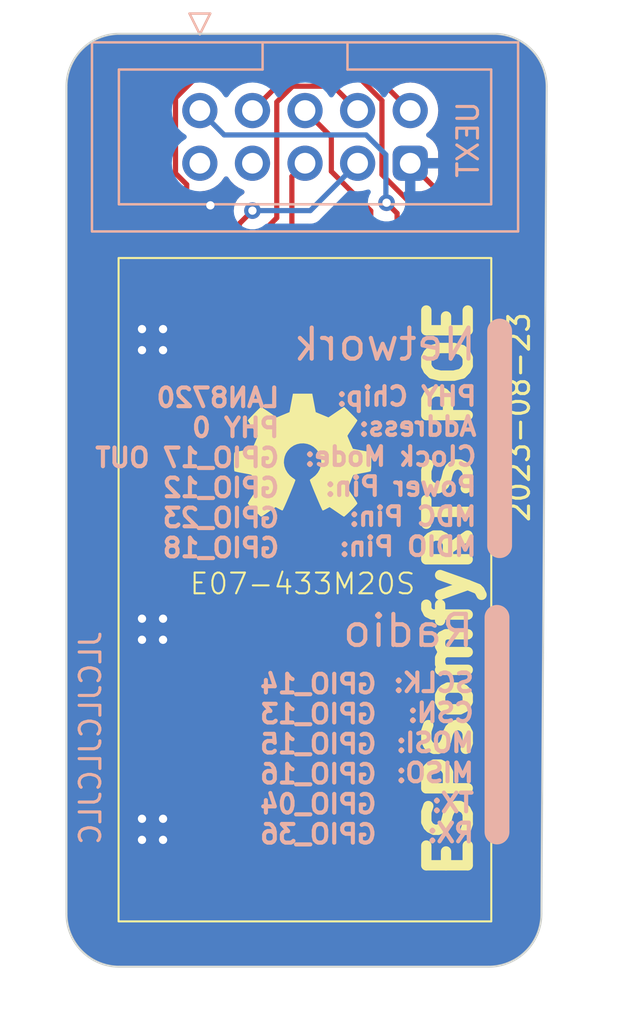
<source format=kicad_pcb>
(kicad_pcb (version 20221018) (generator pcbnew)
  (layers (0 "F.Cu" signal) (31 "B.Cu" signal) (34 "B.Paste" user) (35 "F.Paste" user) (36 "B.SilkS" user "B.Silkscreen") (37 "F.SilkS" user "F.Silkscreen") (38 "B.Mask" user) (39 "F.Mask" user) (44 "Edge.Cuts" user))
  (net 0 "")
  (net 1 "GND")
  (net 2 "GPIO15")
  (net 3 "GPIO14")
  (net 4 "GPIO16")
  (net 7 "GPIO13")
  (net 8 "GPIO4")
  (net 9 "GPI36")
  (net 11 "+3V3")
  (net 13 "GPIO2")
  (net 14 "GPIO5")
  (footprint "Ebyte:E07-433M20S" (layer "F.Cu") (at 87.515 106.168)
    (fp_text reference "E07-433M20S" (at 8.888 -16.284 unlocked) (layer "F.SilkS") (effects (font (thickness 0.1))))
    (fp_text value "~" hide)
    (fp_rect (start 0 -32) (end 18 0) (stroke (width 0.1)) (fill none) (layer "F.SilkS"))
    (pad "1" smd roundrect (at 15.99 -32 180) (size 0.9 2.5) (layers "F.Cu" "F.Paste" "F.Mask") (net 1 "GND"))
    (pad "2" smd roundrect (at 14.72 -32 180) (size 0.9 2.5) (layers "F.Cu" "F.Paste" "F.Mask") (net 2 "GPIO15"))
    (pad "3" smd roundrect (at 13.45 -32 180) (size 0.9 2.5) (layers "F.Cu" "F.Paste" "F.Mask") (net 3 "GPIO14"))
    (pad "4" smd roundrect (at 12.18 -32 180) (size 0.9 2.5) (layers "F.Cu" "F.Paste" "F.Mask") (net 4 "GPIO16"))
    (pad "5" smd roundrect (at 10.91 -32 180) (size 0.9 2.5) (layers "F.Cu" "F.Paste" "F.Mask"))
    (pad "6" smd roundrect (at 9.64 -32 180) (size 0.9 2.5) (layers "F.Cu" "F.Paste" "F.Mask"))
    (pad "7" smd roundrect (at 8.37 -32 180) (size 0.9 2.5) (layers "F.Cu" "F.Paste" "F.Mask") (net 7 "GPIO13"))
    (pad "8" smd roundrect (at 7.1 -32 180) (size 0.9 2.5) (layers "F.Cu" "F.Paste" "F.Mask") (net 8 "GPIO4"))
    (pad "9" smd roundrect (at 5.83 -32 180) (size 0.9 2.5) (layers "F.Cu" "F.Paste" "F.Mask") (net 9 "GPI36"))
    (pad "10" smd roundrect (at 4.56 -32 180) (size 0.9 2.5) (layers "F.Cu" "F.Paste" "F.Mask"))
    (pad "11" smd roundrect (at 3.29 -32 180) (size 0.9 2.5) (layers "F.Cu" "F.Paste" "F.Mask") (net 11 "+3V3"))
    (pad "12" smd roundrect (at 2.02 -32 180) (size 0.9 2.5) (layers "F.Cu" "F.Paste" "F.Mask") (net 1 "GND"))
    (pad "13" smd roundrect (at 5 -0.75 180) (size 1.7 4) (layers "F.Cu" "F.Paste" "F.Mask"))
    (pad "14" smd roundrect (at 7 0 180) (size 1.7 2.5) (layers "F.Cu" "F.Paste" "F.Mask") (net 1 "GND"))
    (pad "15" smd roundrect (at 11 0 180) (size 1.7 2.5) (layers "F.Cu" "F.Paste" "F.Mask") (net 1 "GND"))
    (pad "16" smd roundrect (at 13 0 180) (size 1.7 2.5) (layers "F.Cu" "F.Paste" "F.Mask") (net 1 "GND"))
  )
  (footprint "Symbol:OSHW-Symbol_6.7x6mm_SilkScreen" (layer "F.Cu") (at 96.393 83.693)
    (fp_text reference "N1" hide)
    (fp_text value "Housing" hide)
    (fp_poly (pts (xy 0.555814 -2.531069) (xy 0.639635 -2.086445) (xy 0.94892 -1.958947) (xy 1.258206 -1.831449) (xy 1.629246 -2.083754) (xy 1.733157 -2.154004) (xy 1.827087 -2.216728) (xy 1.906652 -2.269062) (xy 1.96747 -2.308143) (xy 2.005157 -2.331107) (xy 2.015421 -2.336058) (xy 2.03391 -2.323324) (xy 2.07342 -2.288118) (xy 2.129522 -2.234938) (xy 2.197787 -2.168282) (xy 2.273786 -2.092646) (xy 2.353092 -2.012528) (xy 2.431275 -1.932426) (xy 2.503907 -1.856836) (xy 2.566559 -1.790255) (xy 2.614803 -1.737182) (xy 2.64421 -1.702113) (xy 2.651241 -1.690377) (xy 2.641123 -1.66874) (xy 2.612759 -1.621338) (xy 2.569129 -1.552807) (xy 2.513218 -1.467785) (xy 2.448006 -1.370907) (xy 2.410219 -1.31565) (xy 2.341343 -1.214752) (xy 2.28014 -1.123701) (xy 2.229578 -1.04703) (xy 2.192628 -0.989272) (xy 2.172258 -0.954957) (xy 2.169197 -0.947746) (xy 2.176136 -0.927252) (xy 2.195051 -0.879487) (xy 2.223087 -0.811168) (xy 2.257391 -0.729011) (xy 2.295109 -0.63973) (xy 2.333387 -0.550042) (xy 2.36937 -0.466662) (xy 2.400206 -0.396306) (xy 2.423039 -0.34569) (xy 2.435017 -0.321529) (xy 2.435724 -0.320578) (xy 2.454531 -0.315964) (xy 2.504618 -0.305672) (xy 2.580793 -0.290713) (xy 2.677865 -0.272099) (xy 2.790643 -0.250841) (xy 2.856442 -0.238582) (xy 2.97695 -0.215638) (xy 3.085797 -0.193805) (xy 3.177476 -0.174278) (xy 3.246481 -0.158252) (xy 3.287304 -0.146921) (xy 3.295511 -0.143326) (xy 3.303548 -0.118994) (xy 3.310033 -0.064041) (xy 3.31497 0.015108) (xy 3.318364 0.112026) (xy 3.320218 0.220287) (xy 3.320538 0.333465) (xy 3.319327 0.445135) (xy 3.31659 0.548868) (xy 3.312331 0.638241) (xy 3.306555 0.706826) (xy 3.299267 0.748197) (xy 3.294895 0.75681) (xy 3.268764 0.767133) (xy 3.213393 0.781892) (xy 3.136107 0.799352) (xy 3.04423 0.81778) (xy 3.012158 0.823741) (xy 2.857524 0.852066) (xy 2.735375 0.874876) (xy 2.641673 0.89308) (xy 2.572384 0.907583) (xy 2.523471 0.919292) (xy 2.490897 0.929115) (xy 2.470628 0.937956) (xy 2.458626 0.946724) (xy 2.456947 0.948457) (xy 2.440184 0.976371) (xy 2.414614 1.030695) (xy 2.382788 1.104777) (xy 2.34726 1.191965) (xy 2.310583 1.285608) (xy 2.275311 1.379052) (xy 2.243996 1.465647) (xy 2.219193 1.53874) (xy 2.203454 1.591678) (xy 2.199332 1.617811) (xy 2.199676 1.618726) (xy 2.213641 1.640086) (xy 2.245322 1.687084) (xy 2.291391 1.754827) (xy 2.348518 1.838423) (xy 2.413373 1.932982) (xy 2.431843 1.959854) (xy 2.497699 2.057275) (xy 2.55565 2.146163) (xy 2.602538 2.221412) (xy 2.635207 2.27792) (xy 2.6505 2.310581) (xy 2.651241 2.314593) (xy 2.638392 2.335684) (xy 2.602888 2.377464) (xy 2.549293 2.435445) (xy 2.482171 2.505135) (xy 2.406087 2.582045) (xy 2.325604 2.661683) (xy 2.245287 2.739561) (xy 2.169699 2.811186) (xy 2.103405 2.87207) (xy 2.050969 2.917721) (xy 2.016955 2.94365) (xy 2.007545 2.947883) (xy 1.985643 2.937912) (xy 1.9408 2.91102) (xy 1.880321 2.871736) (xy 1.833789 2.840117) (xy 1.749475 2.782098) (xy 1.649626 2.713784) (xy 1.549473 2.645579) (xy 1.495627 2.609075) (xy 1.313371 2.4858) (xy 1.160381 2.56852) (xy 1.090682 2.604759) (xy 1.031414 2.632926) (xy 0.991311 2.648991) (xy 0.981103 2.651226) (xy 0.968829 2.634722) (xy 0.944613 2.588082) (xy 0.910263 2.515609) (xy 0.867588 2.421606) (xy 0.818394 2.310374) (xy 0.76449 2.186215) (xy 0.707684 2.053432) (xy 0.649782 1.916327) (xy 0.592593 1.779202) (xy 0.537924 1.646358) (xy 0.487584 1.522098) (xy 0.44338 1.410725) (xy 0.407119 1.316539) (xy 0.380609 1.243844) (xy 0.365658 1.196941) (xy 0.363254 1.180833) (xy 0.382311 1.160286) (xy 0.424036 1.126933) (xy 0.479706 1.087702) (xy 0.484378 1.084599) (xy 0.628264 0.969423) (xy 0.744283 0.835053) (xy 0.83143 0.685784) (xy 0.888699 0.525913) (xy 0.915086 0.359737) (xy 0.909585 0.191552) (xy 0.87119 0.025655) (xy 0.798895 -0.133658) (xy 0.777626 -0.168513) (xy 0.666996 -0.309263) (xy 0.536302 -0.422286) (xy 0.390064 -0.506997) (xy 0.232808 -0.562806) (xy 0.069057 -0.589126) (xy -0.096667 -0.58537) (xy -0.259838 -0.55095) (xy -0.415935 -0.485277) (xy -0.560433 -0.387765) (xy -0.605131 -0.348187) (xy -0.718888 -0.224297) (xy -0.801782 -0.093876) (xy -0.858644 0.052315) (xy -0.890313 0.197088) (xy -0.898131 0.35986) (xy -0.872062 0.52344) (xy -0.814755 0.682298) (xy -0.728856 0.830906) (xy -0.617014 0.963735) (xy -0.481877 1.075256) (xy -0.464117 1.087011) (xy -0.40785 1.125508) (xy -0.365077 1.158863) (xy -0.344628 1.18016) (xy -0.344331 1.180833) (xy -0.348721 1.203871) (xy -0.366124 1.256157) (xy -0.394732 1.33339) (xy -0.432735 1.431268) (xy -0.478326 1.545491) (xy -0.529697 1.671758) (xy -0.585038 1.805767) (xy -0.642542 1.943218) (xy -0.700399 2.079808) (xy -0.756802 2.211237) (xy -0.809942 2.333205) (xy -0.85801 2.441409) (xy -0.899199 2.531549) (xy -0.931699 2.599323) (xy -0.953703 2.64043) (xy -0.962564 2.651226) (xy -0.98964 2.642819) (xy -1.040303 2.620272) (xy -1.105817 2.587613) (xy -1.141841 2.56852) (xy -1.294832 2.4858) (xy -1.477088 2.609075) (xy -1.570125 2.672228) (xy -1.671985 2.741727) (xy -1.767438 2.807165) (xy -1.81525 2.840117) (xy -1.882495 2.885273) (xy -1.939436 2.921057) (xy -1.978646 2.942938) (xy -1.991381 2.947563) (xy -2.009917 2.935085) (xy -2.050941 2.900252) (xy -2.110475 2.846678) (xy -2.184542 2.777983) (xy -2.269165 2.697781) (xy -2.322685 2.646286) (xy -2.416319 2.554286) (xy -2.497241 2.471999) (xy -2.562177 2.402945) (xy -2.607858 2.350644) (xy -2.631011 2.318616) (xy -2.633232 2.312116) (xy -2.622924 2.287394) (xy -2.594439 2.237405) (xy -2.550937 2.167212) (xy -2.495577 2.081875) (xy -2.43152 1.986456) (xy -2.413303 1.959854) (xy -2.346927 1.863167) (xy -2.287378 1.776117) (xy -2.237984 1.703595) (xy -2.202075 1.650493) (xy -2.182981 1.621703) (xy -2.181136 1.618726) (xy -2.183895 1.595782) (xy -2.198538 1.545336) (xy -2.222513 1.474041) (xy -2.253266 1.388547) (xy -2.288244 1.295507) (xy -2.324893 1.201574) (xy -2.360661 1.113399) (xy -2.392994 1.037634) (xy -2.419338 0.980931) (xy -2.437142 0.949943) (xy -2.438407 0.948457) (xy -2.449294 0.939601) (xy -2.467682 0.930843) (xy -2.497606 0.921277) (xy -2.543103 0.909996) (xy -2.608209 0.896093) (xy -2.696961 0.878663) (xy -2.813393 0.856798) (xy -2.961542 0.829591) (xy -2.993618 0.823741) (xy -3.088686 0.805374) (xy -3.171565 0.787405) (xy -3.23493 0.771569) (xy -3.271458 0.7596) (xy -3.276356 0.75681) (xy -3.284427 0.732072) (xy -3.290987 0.67679) (xy -3.296033 0.597389) (xy -3.299559 0.500296) (xy -3.301561 0.391938) (xy -3.302036 0.27874) (xy -3.300977 0.167128) (xy -3.298382 0.063529) (xy -3.294246 -0.025632) (xy -3.288563 -0.093928) (xy -3.281331 -0.134934) (xy -3.276971 -0.143326) (xy -3.252698 -0.151792) (xy -3.197426 -0.165565) (xy -3.116662 -0.18345) (xy -3.015912 -0.204252) (xy -2.900683 -0.226777) (xy -2.837902 -0.238582) (xy -2.718787 -0.260849) (xy -2.612565 -0.281021) (xy -2.524427 -0.298085) (xy -2.459566 -0.311031) (xy -2.423174 -0.318845) (xy -2.417184 -0.320578) (xy -2.407061 -0.34011) (xy -2.385662 -0.387157) (xy -2.355839 -0.454997) (xy -2.320445 -0.536909) (xy -2.282332 -0.626172) (xy -2.244353 -0.716065) (xy -2.20936 -0.799865) (xy -2.180206 -0.870853) (xy -2.159743 -0.922306) (xy -2.150823 -0.947503) (xy -2.150657 -0.948604) (xy -2.160769 -0.968481) (xy -2.189117 -1.014223) (xy -2.232723 -1.081283) (xy -2.288606 -1.165116) (xy -2.353787 -1.261174) (xy -2.391679 -1.31635) (xy -2.460725 -1.417519) (xy -2.52205 -1.50937) (xy -2.572663 -1.587256) (xy -2.609571 -1.646531) (xy -2.629782 -1.682549) (xy -2.632701 -1.690623) (xy -2.620153 -1.709416) (xy -2.585463 -1.749543) (xy -2.533063 -1.806507) (xy -2.467384 -1.875815) (xy -2.392856 -1.952969) (xy -2.313913 -2.033475) (xy -2.234983 -2.112837) (xy -2.1605 -2.18656) (xy -2.094894 -2.250148) (xy -2.042596 -2.299106) (xy -2.008039 -2.328939) (xy -1.996478 -2.336058) (xy -1.977654 -2.326047) (xy -1.932631 -2.297922) (xy -1.865787 -2.254546) (xy -1.781499 -2.198782) (xy -1.684144 -2.133494) (xy -1.610707 -2.083754) (xy -1.239667 -1.831449) (xy -0.621095 -2.086445) (xy -0.537275 -2.531069) (xy -0.453454 -2.975693) (xy 0.471994 -2.975693) (xy 0.555814 -2.531069)) (stroke (width 0.01)) (fill solid) (layer "F.SilkS"))
  )
  (footprint "PhilippLibrary:IDC-Stecker_2x05_P2.54mm_Vertical" (layer "B.Cu") (at 91.44 67.056 -90)
    (fp_text reference "UEXT" (at 1.397 -12.954 90) (layer "B.SilkS") (effects (justify mirror)))
    (fp_text value "UEXT_Host")
    (fp_line (start -4.68 -0.5) (end -3.68 0) (stroke (width 0.12)) (layer "B.SilkS"))
    (fp_line (start -4.68 0.5) (end -4.68 -0.5) (stroke (width 0.12)) (layer "B.SilkS"))
    (fp_line (start -3.68 0) (end -4.68 0.5) (stroke (width 0.12)) (layer "B.SilkS"))
    (fp_line (start -3.29 -15.37) (end -3.29 5.21) (stroke (width 0.12)) (layer "B.SilkS"))
    (fp_line (start -3.29 -3.03) (end -1.98 -3.03) (stroke (width 0.12)) (layer "B.SilkS"))
    (fp_line (start -3.29 5.21) (end 5.83 5.21) (stroke (width 0.12)) (layer "B.SilkS"))
    (fp_line (start -1.98 -14.07) (end -1.98 -7.13) (stroke (width 0.12)) (layer "B.SilkS"))
    (fp_line (start -1.98 -7.13) (end -3.29 -7.13) (stroke (width 0.12)) (layer "B.SilkS"))
    (fp_line (start -1.98 -7.13) (end -1.98 -7.13) (stroke (width 0.12)) (layer "B.SilkS"))
    (fp_line (start -1.98 -3.03) (end -1.98 3.91) (stroke (width 0.12)) (layer "B.SilkS"))
    (fp_line (start -1.98 3.91) (end 4.52 3.91) (stroke (width 0.12)) (layer "B.SilkS"))
    (fp_line (start 4.52 -14.07) (end -1.98 -14.07) (stroke (width 0.12)) (layer "B.SilkS"))
    (fp_line (start 4.52 3.91) (end 4.52 -14.07) (stroke (width 0.12)) (layer "B.SilkS"))
    (fp_line (start 5.83 -15.37) (end -3.29 -15.37) (stroke (width 0.12)) (layer "B.SilkS"))
    (fp_line (start 5.83 5.21) (end 5.83 -15.37) (stroke (width 0.12)) (layer "B.SilkS"))
    (pad "1" thru_hole circle (at 0 -10.16 270) (size 1.7 1.7) (drill 1) (layers "*.Cu" "*.Mask") (net 11 "+3V3"))
    (pad "2" thru_hole roundrect (at 2.54 -10.16 270) (size 1.7 1.7) (drill 1) (layers "*.Cu" "*.Mask") (net 1 "GND"))
    (pad "3" thru_hole circle (at 0 -7.62 270) (size 1.7 1.7) (drill 1) (layers "*.Cu" "*.Mask") (net 8 "GPIO4"))
    (pad "4" thru_hole circle (at 2.54 -7.62 270) (size 1.7 1.7) (drill 1) (layers "*.Cu" "*.Mask") (net 9 "GPI36"))
    (pad "5" thru_hole circle (at 0 -5.08 270) (size 1.7 1.7) (drill 1) (layers "*.Cu" "*.Mask") (net 4 "GPIO16"))
    (pad "6" thru_hole circle (at 2.54 -5.08 270) (size 1.7 1.7) (drill 1) (layers "*.Cu" "*.Mask") (net 7 "GPIO13"))
    (pad "7" thru_hole circle (at 0 -2.54 270) (size 1.7 1.7) (drill 1) (layers "*.Cu" "*.Mask") (net 2 "GPIO15"))
    (pad "8" thru_hole circle (at 2.54 -2.54 270) (size 1.7 1.7) (drill 1) (layers "*.Cu" "*.Mask") (net 13 "GPIO2"))
    (pad "9" thru_hole circle (at 0 0 270) (size 1.7 1.7) (drill 1) (layers "*.Cu" "*.Mask") (net 3 "GPIO14"))
    (pad "10" thru_hole circle (at 2.54 0 270) (size 1.7 1.7) (drill 1) (layers "*.Cu" "*.Mask") (net 14 "GPIO5"))
  )
  (gr_line (start 105.791 101.854) (end 105.791 91.5035) (stroke (width 1.2)) (layer "B.SilkS"))
  (gr_line (start 105.918 88.04275) (end 105.918 77.69225) (stroke (width 1.2)) (layer "B.SilkS"))
  (gr_arc (start 107.934871 105.803122) (mid 107.188 107.606251) (end 105.384871 108.353122) (stroke (width 0.1)) (layer "Edge.Cuts"))
  (gr_line (start 85 65.903122) (end 85 105.803122) (stroke (width 0.1)) (layer "Edge.Cuts"))
  (gr_line (start 87.55 63.353122) (end 105.638878 63.353122) (stroke (width 0.1)) (layer "Edge.Cuts"))
  (gr_arc (start 105.638878 63.353122) (mid 107.441993 64.100001) (end 108.188878 65.903122) (stroke (width 0.1)) (layer "Edge.Cuts"))
  (gr_line (start 108.188878 65.903122) (end 107.934871 105.803122) (stroke (width 0.1)) (layer "Edge.Cuts"))
  (gr_arc (start 85 65.903122) (mid 85.746878 64.1) (end 87.55 63.353122) (stroke (width 0.1)) (layer "Edge.Cuts"))
  (gr_arc (start 87.55 108.353122) (mid 85.746885 107.606243) (end 85 105.803122) (stroke (width 0.1)) (layer "Edge.Cuts"))
  (gr_line (start 87.55 108.353122) (end 105.384871 108.353122) (stroke (width 0.1)) (layer "Edge.Cuts"))
  (gr_text "Network" (at 104.902 79.21625) (layer "B.SilkS") (effects (font (size 1.5 1.5) (thickness 0.2) bold) (justify left bottom mirror)))
  (gr_text "LAN8720\nPHY 0\nGPIO_17 OUT\nGPIO_12\nGPIO_23\nGPIO_18" (at 95.377 88.67775) (layer "B.SilkS") (effects (font (size 0.9 0.9) (thickness 0.2) bold) (justify left bottom mirror)))
  (gr_text "Radio" (at 104.775 93.0275) (layer "B.SilkS") (effects (font (size 1.5 1.5) (thickness 0.2) bold) (justify left bottom mirror)))
  (gr_text "GPIO_14\nGPIO_13\nGPIO_15\nGPIO_16\nGPIO_04\nGPIO_36" (at 100.076 102.489) (layer "B.SilkS") (effects (font (size 0.9 0.9) (thickness 0.2) bold) (justify left bottom mirror)))
  (gr_text "JLCJLCJLCJLC" (at 86.741 92.075 90) (layer "B.SilkS") (effects (font (size 1 1)) (justify left bottom mirror)))
  (gr_text "PHY Chip:\nAddress:\nClock Mode:\nPower Pin:\nMDC Pin:\nMDIO Pin:" (at 104.902 88.61425) (layer "B.SilkS") (effects (font (size 0.9 0.9) (thickness 0.2) bold) (justify left bottom mirror)))
  (gr_text "SCLK:\nCSN:\nMOSI:\nMISO:\nTX:\nRX:" (at 104.775 102.4255) (layer "B.SilkS") (effects (font (size 0.9 0.9) (thickness 0.2) bold) (justify left bottom mirror)))
  (gr_text "ESPSomfyRTS POE" (at 104.648 104.267 90) (layer "F.SilkS") (effects (font (size 2 2) (thickness 0.5) bold) (justify left bottom)))
  (gr_text "2023-08-23" (at 107.442 86.995 90) (layer "F.SilkS") (effects (font (size 1 1)) (justify left bottom)))
  (segment (start 94.515 106.168) (end 98.515 106.168) (width 0.25) (layer "F.Cu") (net 1))
  (segment (start 100.515 106.168) (end 98.515 106.168) (width 0.25) (layer "F.Cu") (net 1))
  (segment (start 103.505 74.168) (end 103.505 71.501) (width 0.25) (layer "F.Cu") (net 1))
  (segment (start 89.535 74.168) (end 89.535 74.925817) (width 0.25) (layer "F.Cu") (net 1))
  (segment (start 103.505 71.501) (end 101.6 69.596) (width 0.25) (layer "F.Cu") (net 1))
  (segment (start 90.352183 75.743) (end 102.692 75.743) (width 0.25) (layer "F.Cu") (net 1))
  (segment (start 102.692 75.743) (end 103.505 74.93) (width 0.25) (layer "F.Cu") (net 1))
  (segment (start 89.535 74.925817) (end 90.352183 75.743) (width 0.25) (layer "F.Cu") (net 1))
  (segment (start 103.505 74.93) (end 103.505 74.168) (width 0.25) (layer "F.Cu") (net 1))
  (segment (start 100.515 106.168) (end 103.505 103.178) (width 0.25) (layer "F.Cu") (net 1))
  (segment (start 103.505 103.178) (end 103.505 74.168) (width 0.25) (layer "F.Cu") (net 1))
  (via (at 89.662 78.613) (size 0.8) (drill 0.4) (layers "F.Cu" "B.Cu") (net 1))
  (via (at 88.646 101.219) (size 0.8) (drill 0.4) (layers "F.Cu" "B.Cu") (net 1))
  (via (at 89.662 92.583) (size 0.8) (drill 0.4) (layers "F.Cu" "B.Cu") (net 1))
  (via (at 89.662 102.235) (size 0.8) (drill 0.4) (layers "F.Cu" "B.Cu") (net 1))
  (via (at 88.646 77.597) (size 0.8) (drill 0.4) (layers "F.Cu" "B.Cu") (net 1))
  (via (at 88.646 78.613) (size 0.8) (drill 0.4) (layers "F.Cu" "B.Cu") (net 1))
  (via (at 88.646 91.567) (size 0.8) (drill 0.4) (layers "F.Cu" "B.Cu") (net 1))
  (via (at 88.646 102.235) (size 0.8) (drill 0.4) (layers "F.Cu" "B.Cu") (net 1))
  (via (at 88.646 92.583) (size 0.8) (drill 0.4) (layers "F.Cu" "B.Cu") (net 1))
  (via (at 91.948 71.628) (size 0.8) (drill 0.4) (layers "F.Cu" "B.Cu") (net 1))
  (via (at 89.662 91.567) (size 0.8) (drill 0.4) (layers "F.Cu" "B.Cu") (net 1))
  (via (at 89.662 101.219) (size 0.8) (drill 0.4) (layers "F.Cu" "B.Cu") (net 1))
  (via (at 89.662 77.597) (size 0.8) (drill 0.4) (layers "F.Cu" "B.Cu") (net 1))
  (segment (start 102.235 74.168) (end 102.235 72.14166) (width 0.25) (layer "F.Cu") (net 2))
  (segment (start 95.605 65.431) (end 93.98 67.056) (width 0.25) (layer "F.Cu") (net 2))
  (segment (start 102.235 72.14166) (end 100.235 70.14166) (width 0.25) (layer "F.Cu") (net 2))
  (segment (start 100.235 66.569299) (end 99.096701 65.431) (width 0.25) (layer "F.Cu") (net 2))
  (segment (start 99.096701 65.431) (end 95.605 65.431) (width 0.25) (layer "F.Cu") (net 2))
  (segment (start 100.235 70.14166) (end 100.235 66.569299) (width 0.25) (layer "F.Cu") (net 2))
  (segment (start 100.965 74.168) (end 100.965 72.009) (width 0.25) (layer "F.Cu") (net 3))
  (segment (start 100.965 72.009) (end 100.457 71.501) (width 0.25) (layer "F.Cu") (net 3))
  (via (at 100.457 71.501) (size 0.8) (drill 0.4) (layers "F.Cu" "B.Cu") (net 3))
  (segment (start 99.473 68.231) (end 92.615 68.231) (width 0.25) (layer "B.Cu") (net 3))
  (segment (start 100.457 71.501) (end 100.425 71.469) (width 0.25) (layer "B.Cu") (net 3))
  (segment (start 100.425 71.469) (end 100.425 69.183) (width 0.25) (layer "B.Cu") (net 3))
  (segment (start 100.425 69.183) (end 99.473 68.231) (width 0.25) (layer "B.Cu") (net 3))
  (segment (start 92.615 68.231) (end 91.44 67.056) (width 0.25) (layer "B.Cu") (net 3))
  (segment (start 99.695 71.892701) (end 97.79 69.987701) (width 0.25) (layer "F.Cu") (net 4))
  (segment (start 97.79 69.987701) (end 97.79 68.326) (width 0.25) (layer "F.Cu") (net 4))
  (segment (start 97.79 68.326) (end 96.52 67.056) (width 0.25) (layer "F.Cu") (net 4))
  (segment (start 99.695 74.168) (end 99.695 71.892701) (width 0.25) (layer "F.Cu") (net 4))
  (segment (start 95.885 74.168) (end 95.885 70.231) (width 0.25) (layer "F.Cu") (net 7))
  (segment (start 95.885 70.231) (end 96.52 69.596) (width 0.25) (layer "F.Cu") (net 7))
  (segment (start 95.155 72.231) (end 94.615 72.771) (width 0.25) (layer "F.Cu") (net 8))
  (segment (start 97.885 65.881) (end 95.917 65.881) (width 0.25) (layer "F.Cu") (net 8))
  (segment (start 95.917 65.881) (end 95.155 66.643) (width 0.25) (layer "F.Cu") (net 8))
  (segment (start 94.615 72.771) (end 94.615 74.168) (width 0.25) (layer "F.Cu") (net 8))
  (segment (start 99.06 67.056) (end 97.885 65.881) (width 0.25) (layer "F.Cu") (net 8))
  (segment (start 95.155 66.643) (end 95.155 72.231) (width 0.25) (layer "F.Cu") (net 8))
  (segment (start 93.345 72.517) (end 93.98 71.882) (width 0.25) (layer "F.Cu") (net 9))
  (segment (start 93.345 74.168) (end 93.345 72.517) (width 0.25) (layer "F.Cu") (net 9))
  (via (at 93.98 71.882) (size 0.8) (drill 0.4) (layers "F.Cu" "B.Cu") (net 9))
  (segment (start 93.98 71.882) (end 96.774 71.882) (width 0.25) (layer "B.Cu") (net 9))
  (segment (start 96.774 71.882) (end 99.06 69.596) (width 0.25) (layer "B.Cu") (net 9))
  (segment (start 90.265 70.082701) (end 90.265 66.453) (width 0.25) (layer "F.Cu") (net 11))
  (segment (start 91.737 64.981) (end 99.525 64.981) (width 0.25) (layer "F.Cu") (net 11))
  (segment (start 90.805 74.168) (end 90.805 70.622701) (width 0.25) (layer "F.Cu") (net 11))
  (segment (start 90.265 66.453) (end 91.737 64.981) (width 0.25) (layer "F.Cu") (net 11))
  (segment (start 90.805 70.622701) (end 90.265 70.082701) (width 0.25) (layer "F.Cu") (net 11))
  (segment (start 99.525 64.981) (end 101.6 67.056) (width 0.25) (layer "F.Cu") (net 11))
  (zone (net 1) (net_name "GND") (layers "F&B.Cu") (connect_pads (clearance 0.5)) (min_thickness 0.25) (fill yes (thermal_gap 0.5) (thermal_bridge_width 0.5))
    (polygon (pts (xy 81.813799 61.722) (xy 112.649 62.103) (xy 112.014 111.125) (xy 81.788 111.125)))
  )
)
</source>
